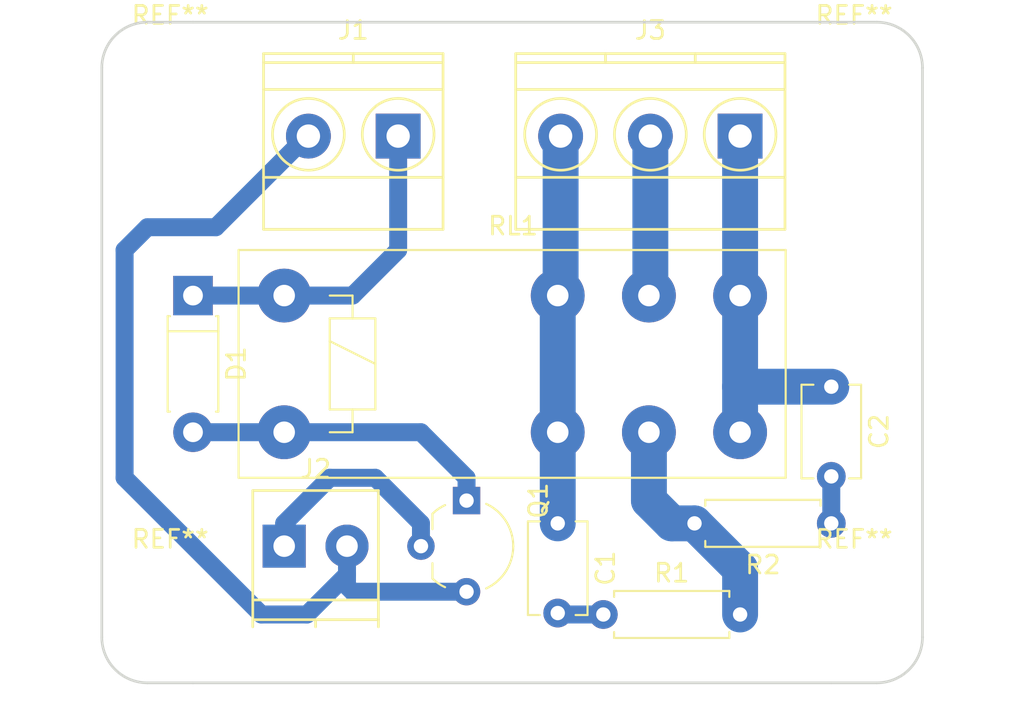
<source format=kicad_pcb>
(kicad_pcb (version 4) (host pcbnew 4.0.6+dfsg1-1)

  (general
    (links 19)
    (no_connects 2)
    (area 140.894999 67.234999 186.765001 104.215001)
    (thickness 1.6)
    (drawings 12)
    (tracks 45)
    (zones 0)
    (modules 14)
    (nets 10)
  )

  (page A4)
  (layers
    (0 F.Cu signal)
    (31 B.Cu signal)
    (32 B.Adhes user)
    (33 F.Adhes user)
    (34 B.Paste user)
    (35 F.Paste user)
    (36 B.SilkS user)
    (37 F.SilkS user)
    (38 B.Mask user)
    (39 F.Mask user)
    (40 Dwgs.User user)
    (41 Cmts.User user)
    (42 Eco1.User user)
    (43 Eco2.User user)
    (44 Edge.Cuts user)
    (45 Margin user)
    (46 B.CrtYd user)
    (47 F.CrtYd user)
    (48 B.Fab user)
    (49 F.Fab user)
  )

  (setup
    (last_trace_width 1)
    (trace_clearance 0.8)
    (zone_clearance 0.508)
    (zone_45_only no)
    (trace_min 0.2)
    (segment_width 0.2)
    (edge_width 0.15)
    (via_size 0.6)
    (via_drill 0.4)
    (via_min_size 0.4)
    (via_min_drill 0.3)
    (uvia_size 0.3)
    (uvia_drill 0.1)
    (uvias_allowed no)
    (uvia_min_size 0.2)
    (uvia_min_drill 0.1)
    (pcb_text_width 0.3)
    (pcb_text_size 1.5 1.5)
    (mod_edge_width 0.15)
    (mod_text_size 1 1)
    (mod_text_width 0.15)
    (pad_size 1.524 1.524)
    (pad_drill 0.762)
    (pad_to_mask_clearance 0.2)
    (aux_axis_origin 0 0)
    (visible_elements FFFFFF7F)
    (pcbplotparams
      (layerselection 0x00030_80000001)
      (usegerberextensions false)
      (excludeedgelayer true)
      (linewidth 0.100000)
      (plotframeref false)
      (viasonmask false)
      (mode 1)
      (useauxorigin false)
      (hpglpennumber 1)
      (hpglpenspeed 20)
      (hpglpendiameter 15)
      (hpglpenoverlay 2)
      (psnegative false)
      (psa4output false)
      (plotreference true)
      (plotvalue true)
      (plotinvisibletext false)
      (padsonsilk false)
      (subtractmaskfromsilk false)
      (outputformat 1)
      (mirror false)
      (drillshape 1)
      (scaleselection 1)
      (outputdirectory ""))
  )

  (net 0 "")
  (net 1 "Net-(C1-Pad1)")
  (net 2 "Net-(C1-Pad2)")
  (net 3 "Net-(C2-Pad1)")
  (net 4 "Net-(C2-Pad2)")
  (net 5 "Net-(D1-Pad1)")
  (net 6 "Net-(D1-Pad2)")
  (net 7 "Net-(J1-Pad2)")
  (net 8 "Net-(J2-Pad1)")
  (net 9 "Net-(J3-Pad2)")

  (net_class Default "This is the default net class."
    (clearance 0.8)
    (trace_width 1)
    (via_dia 0.6)
    (via_drill 0.4)
    (uvia_dia 0.3)
    (uvia_drill 0.1)
    (add_net "Net-(C1-Pad2)")
    (add_net "Net-(C2-Pad2)")
    (add_net "Net-(D1-Pad1)")
    (add_net "Net-(D1-Pad2)")
    (add_net "Net-(J1-Pad2)")
    (add_net "Net-(J2-Pad1)")
  )

  (net_class Power ""
    (clearance 1.2)
    (trace_width 2)
    (via_dia 0.6)
    (via_drill 0.4)
    (uvia_dia 0.3)
    (uvia_drill 0.1)
    (add_net "Net-(C1-Pad1)")
    (add_net "Net-(C2-Pad1)")
    (add_net "Net-(J3-Pad2)")
  )

  (module Capacitors_THT:C_Disc_D5.1mm_W3.2mm_P5.00mm (layer F.Cu) (tedit 58765D06) (tstamp 59F90FEA)
    (at 166.37 95.25 270)
    (descr "C, Disc series, Radial, pin pitch=5.00mm, , diameter*width=5.1*3.2mm^2, Capacitor, http://www.vishay.com/docs/45233/krseries.pdf")
    (tags "C Disc series Radial pin pitch 5.00mm  diameter 5.1mm width 3.2mm Capacitor")
    (path /59F902F9)
    (fp_text reference C1 (at 2.5 -2.66 270) (layer F.SilkS)
      (effects (font (size 1 1) (thickness 0.15)))
    )
    (fp_text value C (at 2.5 2.66 270) (layer F.Fab)
      (effects (font (size 1 1) (thickness 0.15)))
    )
    (fp_line (start -0.05 -1.6) (end -0.05 1.6) (layer F.Fab) (width 0.1))
    (fp_line (start -0.05 1.6) (end 5.05 1.6) (layer F.Fab) (width 0.1))
    (fp_line (start 5.05 1.6) (end 5.05 -1.6) (layer F.Fab) (width 0.1))
    (fp_line (start 5.05 -1.6) (end -0.05 -1.6) (layer F.Fab) (width 0.1))
    (fp_line (start -0.11 -1.66) (end 5.11 -1.66) (layer F.SilkS) (width 0.12))
    (fp_line (start -0.11 1.66) (end 5.11 1.66) (layer F.SilkS) (width 0.12))
    (fp_line (start -0.11 -1.66) (end -0.11 -0.996) (layer F.SilkS) (width 0.12))
    (fp_line (start -0.11 0.996) (end -0.11 1.66) (layer F.SilkS) (width 0.12))
    (fp_line (start 5.11 -1.66) (end 5.11 -0.996) (layer F.SilkS) (width 0.12))
    (fp_line (start 5.11 0.996) (end 5.11 1.66) (layer F.SilkS) (width 0.12))
    (fp_line (start -1.05 -1.95) (end -1.05 1.95) (layer F.CrtYd) (width 0.05))
    (fp_line (start -1.05 1.95) (end 6.05 1.95) (layer F.CrtYd) (width 0.05))
    (fp_line (start 6.05 1.95) (end 6.05 -1.95) (layer F.CrtYd) (width 0.05))
    (fp_line (start 6.05 -1.95) (end -1.05 -1.95) (layer F.CrtYd) (width 0.05))
    (pad 1 thru_hole circle (at 0 0 270) (size 1.6 1.6) (drill 0.8) (layers *.Cu *.Mask)
      (net 1 "Net-(C1-Pad1)"))
    (pad 2 thru_hole circle (at 5 0 270) (size 1.6 1.6) (drill 0.8) (layers *.Cu *.Mask)
      (net 2 "Net-(C1-Pad2)"))
    (model Capacitors_THT.3dshapes/C_Disc_D5.1mm_W3.2mm_P5.00mm.wrl
      (at (xyz 0 0 0))
      (scale (xyz 0.393701 0.393701 0.393701))
      (rotate (xyz 0 0 0))
    )
  )

  (module Capacitors_THT:C_Disc_D5.1mm_W3.2mm_P5.00mm (layer F.Cu) (tedit 58765D06) (tstamp 59F90FF0)
    (at 181.61 87.63 270)
    (descr "C, Disc series, Radial, pin pitch=5.00mm, , diameter*width=5.1*3.2mm^2, Capacitor, http://www.vishay.com/docs/45233/krseries.pdf")
    (tags "C Disc series Radial pin pitch 5.00mm  diameter 5.1mm width 3.2mm Capacitor")
    (path /59F9033C)
    (fp_text reference C2 (at 2.5 -2.66 270) (layer F.SilkS)
      (effects (font (size 1 1) (thickness 0.15)))
    )
    (fp_text value C (at 2.5 2.66 270) (layer F.Fab)
      (effects (font (size 1 1) (thickness 0.15)))
    )
    (fp_line (start -0.05 -1.6) (end -0.05 1.6) (layer F.Fab) (width 0.1))
    (fp_line (start -0.05 1.6) (end 5.05 1.6) (layer F.Fab) (width 0.1))
    (fp_line (start 5.05 1.6) (end 5.05 -1.6) (layer F.Fab) (width 0.1))
    (fp_line (start 5.05 -1.6) (end -0.05 -1.6) (layer F.Fab) (width 0.1))
    (fp_line (start -0.11 -1.66) (end 5.11 -1.66) (layer F.SilkS) (width 0.12))
    (fp_line (start -0.11 1.66) (end 5.11 1.66) (layer F.SilkS) (width 0.12))
    (fp_line (start -0.11 -1.66) (end -0.11 -0.996) (layer F.SilkS) (width 0.12))
    (fp_line (start -0.11 0.996) (end -0.11 1.66) (layer F.SilkS) (width 0.12))
    (fp_line (start 5.11 -1.66) (end 5.11 -0.996) (layer F.SilkS) (width 0.12))
    (fp_line (start 5.11 0.996) (end 5.11 1.66) (layer F.SilkS) (width 0.12))
    (fp_line (start -1.05 -1.95) (end -1.05 1.95) (layer F.CrtYd) (width 0.05))
    (fp_line (start -1.05 1.95) (end 6.05 1.95) (layer F.CrtYd) (width 0.05))
    (fp_line (start 6.05 1.95) (end 6.05 -1.95) (layer F.CrtYd) (width 0.05))
    (fp_line (start 6.05 -1.95) (end -1.05 -1.95) (layer F.CrtYd) (width 0.05))
    (pad 1 thru_hole circle (at 0 0 270) (size 1.6 1.6) (drill 0.8) (layers *.Cu *.Mask)
      (net 3 "Net-(C2-Pad1)"))
    (pad 2 thru_hole circle (at 5 0 270) (size 1.6 1.6) (drill 0.8) (layers *.Cu *.Mask)
      (net 4 "Net-(C2-Pad2)"))
    (model Capacitors_THT.3dshapes/C_Disc_D5.1mm_W3.2mm_P5.00mm.wrl
      (at (xyz 0 0 0))
      (scale (xyz 0.393701 0.393701 0.393701))
      (rotate (xyz 0 0 0))
    )
  )

  (module Diodes_THT:D_DO-41_SOD81_P7.62mm_Horizontal (layer F.Cu) (tedit 5877C982) (tstamp 59F90FF6)
    (at 146.05 82.55 270)
    (descr "D, DO-41_SOD81 series, Axial, Horizontal, pin pitch=7.62mm, , length*diameter=5.2*2.7mm^2, , http://www.diodes.com/_files/packages/DO-41%20(Plastic).pdf")
    (tags "D DO-41_SOD81 series Axial Horizontal pin pitch 7.62mm  length 5.2mm diameter 2.7mm")
    (path /59F903CD)
    (fp_text reference D1 (at 3.81 -2.41 270) (layer F.SilkS)
      (effects (font (size 1 1) (thickness 0.15)))
    )
    (fp_text value D (at 3.81 2.41 270) (layer F.Fab)
      (effects (font (size 1 1) (thickness 0.15)))
    )
    (fp_line (start 1.21 -1.35) (end 1.21 1.35) (layer F.Fab) (width 0.1))
    (fp_line (start 1.21 1.35) (end 6.41 1.35) (layer F.Fab) (width 0.1))
    (fp_line (start 6.41 1.35) (end 6.41 -1.35) (layer F.Fab) (width 0.1))
    (fp_line (start 6.41 -1.35) (end 1.21 -1.35) (layer F.Fab) (width 0.1))
    (fp_line (start 0 0) (end 1.21 0) (layer F.Fab) (width 0.1))
    (fp_line (start 7.62 0) (end 6.41 0) (layer F.Fab) (width 0.1))
    (fp_line (start 1.99 -1.35) (end 1.99 1.35) (layer F.Fab) (width 0.1))
    (fp_line (start 1.15 -1.28) (end 1.15 -1.41) (layer F.SilkS) (width 0.12))
    (fp_line (start 1.15 -1.41) (end 6.47 -1.41) (layer F.SilkS) (width 0.12))
    (fp_line (start 6.47 -1.41) (end 6.47 -1.28) (layer F.SilkS) (width 0.12))
    (fp_line (start 1.15 1.28) (end 1.15 1.41) (layer F.SilkS) (width 0.12))
    (fp_line (start 1.15 1.41) (end 6.47 1.41) (layer F.SilkS) (width 0.12))
    (fp_line (start 6.47 1.41) (end 6.47 1.28) (layer F.SilkS) (width 0.12))
    (fp_line (start 1.99 -1.41) (end 1.99 1.41) (layer F.SilkS) (width 0.12))
    (fp_line (start -1.35 -1.7) (end -1.35 1.7) (layer F.CrtYd) (width 0.05))
    (fp_line (start -1.35 1.7) (end 9 1.7) (layer F.CrtYd) (width 0.05))
    (fp_line (start 9 1.7) (end 9 -1.7) (layer F.CrtYd) (width 0.05))
    (fp_line (start 9 -1.7) (end -1.35 -1.7) (layer F.CrtYd) (width 0.05))
    (pad 1 thru_hole rect (at 0 0 270) (size 2.2 2.2) (drill 1.1) (layers *.Cu *.Mask)
      (net 5 "Net-(D1-Pad1)"))
    (pad 2 thru_hole oval (at 7.62 0 270) (size 2.2 2.2) (drill 1.1) (layers *.Cu *.Mask)
      (net 6 "Net-(D1-Pad2)"))
    (model Diodes_THT.3dshapes/D_DO-41_SOD81_P7.62mm_Horizontal.wrl
      (at (xyz 0 0 0))
      (scale (xyz 0.393701 0.393701 0.393701))
      (rotate (xyz 0 0 0))
    )
  )

  (module Connectors_Terminal_Blocks:TerminalBlock_Pheonix_MKDS1.5-3pol (layer F.Cu) (tedit 5630081E) (tstamp 59F91009)
    (at 176.53 73.66 180)
    (descr "3-way 5mm pitch terminal block, Phoenix MKDS series")
    (path /59F8FFFE)
    (fp_text reference J3 (at 5 5.9 180) (layer F.SilkS)
      (effects (font (size 1 1) (thickness 0.15)))
    )
    (fp_text value Screw_Terminal_1x03 (at 5 -6.6 180) (layer F.Fab)
      (effects (font (size 1 1) (thickness 0.15)))
    )
    (fp_line (start -2.7 4.8) (end -2.7 -5.4) (layer F.CrtYd) (width 0.05))
    (fp_line (start 12.7 4.8) (end -2.7 4.8) (layer F.CrtYd) (width 0.05))
    (fp_line (start 12.7 -5.4) (end 12.7 4.8) (layer F.CrtYd) (width 0.05))
    (fp_line (start -2.7 -5.4) (end 12.7 -5.4) (layer F.CrtYd) (width 0.05))
    (fp_circle (center 10 0.1) (end 8 0.1) (layer F.SilkS) (width 0.15))
    (fp_line (start 7.5 4.1) (end 7.5 4.6) (layer F.SilkS) (width 0.15))
    (fp_line (start 2.5 4.1) (end 2.5 4.6) (layer F.SilkS) (width 0.15))
    (fp_circle (center 5 0.1) (end 3 0.1) (layer F.SilkS) (width 0.15))
    (fp_circle (center 0 0.1) (end 2 0.1) (layer F.SilkS) (width 0.15))
    (fp_line (start -2.5 2.6) (end 12.5 2.6) (layer F.SilkS) (width 0.15))
    (fp_line (start -2.5 -2.3) (end 12.5 -2.3) (layer F.SilkS) (width 0.15))
    (fp_line (start -2.5 4.1) (end 12.5 4.1) (layer F.SilkS) (width 0.15))
    (fp_line (start -2.5 4.6) (end 12.5 4.6) (layer F.SilkS) (width 0.15))
    (fp_line (start 12.5 4.6) (end 12.5 -5.2) (layer F.SilkS) (width 0.15))
    (fp_line (start 12.5 -5.2) (end -2.5 -5.2) (layer F.SilkS) (width 0.15))
    (fp_line (start -2.5 -5.2) (end -2.5 4.6) (layer F.SilkS) (width 0.15))
    (pad 3 thru_hole circle (at 10 0 180) (size 2.5 2.5) (drill 1.3) (layers *.Cu *.Mask)
      (net 1 "Net-(C1-Pad1)"))
    (pad 1 thru_hole rect (at 0 0 180) (size 2.5 2.5) (drill 1.3) (layers *.Cu *.Mask)
      (net 3 "Net-(C2-Pad1)"))
    (pad 2 thru_hole circle (at 5 0 180) (size 2.5 2.5) (drill 1.3) (layers *.Cu *.Mask)
      (net 9 "Net-(J3-Pad2)"))
    (model Terminal_Blocks.3dshapes/TerminalBlock_Pheonix_MKDS1.5-3pol.wrl
      (at (xyz 0.1968 0 0))
      (scale (xyz 1 1 1))
      (rotate (xyz 0 0 0))
    )
  )

  (module Resistors_THT:R_Axial_DIN0207_L6.3mm_D2.5mm_P7.62mm_Horizontal (layer F.Cu) (tedit 5874F706) (tstamp 59F91016)
    (at 168.91 100.33)
    (descr "Resistor, Axial_DIN0207 series, Axial, Horizontal, pin pitch=7.62mm, 0.25W = 1/4W, length*diameter=6.3*2.5mm^2, http://cdn-reichelt.de/documents/datenblatt/B400/1_4W%23YAG.pdf")
    (tags "Resistor Axial_DIN0207 series Axial Horizontal pin pitch 7.62mm 0.25W = 1/4W length 6.3mm diameter 2.5mm")
    (path /59F9036D)
    (fp_text reference R1 (at 3.81 -2.31) (layer F.SilkS)
      (effects (font (size 1 1) (thickness 0.15)))
    )
    (fp_text value R (at 3.81 2.31) (layer F.Fab)
      (effects (font (size 1 1) (thickness 0.15)))
    )
    (fp_line (start 0.66 -1.25) (end 0.66 1.25) (layer F.Fab) (width 0.1))
    (fp_line (start 0.66 1.25) (end 6.96 1.25) (layer F.Fab) (width 0.1))
    (fp_line (start 6.96 1.25) (end 6.96 -1.25) (layer F.Fab) (width 0.1))
    (fp_line (start 6.96 -1.25) (end 0.66 -1.25) (layer F.Fab) (width 0.1))
    (fp_line (start 0 0) (end 0.66 0) (layer F.Fab) (width 0.1))
    (fp_line (start 7.62 0) (end 6.96 0) (layer F.Fab) (width 0.1))
    (fp_line (start 0.6 -0.98) (end 0.6 -1.31) (layer F.SilkS) (width 0.12))
    (fp_line (start 0.6 -1.31) (end 7.02 -1.31) (layer F.SilkS) (width 0.12))
    (fp_line (start 7.02 -1.31) (end 7.02 -0.98) (layer F.SilkS) (width 0.12))
    (fp_line (start 0.6 0.98) (end 0.6 1.31) (layer F.SilkS) (width 0.12))
    (fp_line (start 0.6 1.31) (end 7.02 1.31) (layer F.SilkS) (width 0.12))
    (fp_line (start 7.02 1.31) (end 7.02 0.98) (layer F.SilkS) (width 0.12))
    (fp_line (start -1.05 -1.6) (end -1.05 1.6) (layer F.CrtYd) (width 0.05))
    (fp_line (start -1.05 1.6) (end 8.7 1.6) (layer F.CrtYd) (width 0.05))
    (fp_line (start 8.7 1.6) (end 8.7 -1.6) (layer F.CrtYd) (width 0.05))
    (fp_line (start 8.7 -1.6) (end -1.05 -1.6) (layer F.CrtYd) (width 0.05))
    (pad 1 thru_hole circle (at 0 0) (size 1.6 1.6) (drill 0.8) (layers *.Cu *.Mask)
      (net 2 "Net-(C1-Pad2)"))
    (pad 2 thru_hole oval (at 7.62 0) (size 1.6 1.6) (drill 0.8) (layers *.Cu *.Mask)
      (net 9 "Net-(J3-Pad2)"))
    (model Resistors_THT.3dshapes/R_Axial_DIN0207_L6.3mm_D2.5mm_P7.62mm_Horizontal.wrl
      (at (xyz 0 0 0))
      (scale (xyz 0.393701 0.393701 0.393701))
      (rotate (xyz 0 0 0))
    )
  )

  (module Resistors_THT:R_Axial_DIN0207_L6.3mm_D2.5mm_P7.62mm_Horizontal (layer F.Cu) (tedit 5874F706) (tstamp 59F9101C)
    (at 181.61 95.25 180)
    (descr "Resistor, Axial_DIN0207 series, Axial, Horizontal, pin pitch=7.62mm, 0.25W = 1/4W, length*diameter=6.3*2.5mm^2, http://cdn-reichelt.de/documents/datenblatt/B400/1_4W%23YAG.pdf")
    (tags "Resistor Axial_DIN0207 series Axial Horizontal pin pitch 7.62mm 0.25W = 1/4W length 6.3mm diameter 2.5mm")
    (path /59F90398)
    (fp_text reference R2 (at 3.81 -2.31 180) (layer F.SilkS)
      (effects (font (size 1 1) (thickness 0.15)))
    )
    (fp_text value R (at 3.81 2.31 180) (layer F.Fab)
      (effects (font (size 1 1) (thickness 0.15)))
    )
    (fp_line (start 0.66 -1.25) (end 0.66 1.25) (layer F.Fab) (width 0.1))
    (fp_line (start 0.66 1.25) (end 6.96 1.25) (layer F.Fab) (width 0.1))
    (fp_line (start 6.96 1.25) (end 6.96 -1.25) (layer F.Fab) (width 0.1))
    (fp_line (start 6.96 -1.25) (end 0.66 -1.25) (layer F.Fab) (width 0.1))
    (fp_line (start 0 0) (end 0.66 0) (layer F.Fab) (width 0.1))
    (fp_line (start 7.62 0) (end 6.96 0) (layer F.Fab) (width 0.1))
    (fp_line (start 0.6 -0.98) (end 0.6 -1.31) (layer F.SilkS) (width 0.12))
    (fp_line (start 0.6 -1.31) (end 7.02 -1.31) (layer F.SilkS) (width 0.12))
    (fp_line (start 7.02 -1.31) (end 7.02 -0.98) (layer F.SilkS) (width 0.12))
    (fp_line (start 0.6 0.98) (end 0.6 1.31) (layer F.SilkS) (width 0.12))
    (fp_line (start 0.6 1.31) (end 7.02 1.31) (layer F.SilkS) (width 0.12))
    (fp_line (start 7.02 1.31) (end 7.02 0.98) (layer F.SilkS) (width 0.12))
    (fp_line (start -1.05 -1.6) (end -1.05 1.6) (layer F.CrtYd) (width 0.05))
    (fp_line (start -1.05 1.6) (end 8.7 1.6) (layer F.CrtYd) (width 0.05))
    (fp_line (start 8.7 1.6) (end 8.7 -1.6) (layer F.CrtYd) (width 0.05))
    (fp_line (start 8.7 -1.6) (end -1.05 -1.6) (layer F.CrtYd) (width 0.05))
    (pad 1 thru_hole circle (at 0 0 180) (size 1.6 1.6) (drill 0.8) (layers *.Cu *.Mask)
      (net 4 "Net-(C2-Pad2)"))
    (pad 2 thru_hole oval (at 7.62 0 180) (size 1.6 1.6) (drill 0.8) (layers *.Cu *.Mask)
      (net 9 "Net-(J3-Pad2)"))
    (model Resistors_THT.3dshapes/R_Axial_DIN0207_L6.3mm_D2.5mm_P7.62mm_Horizontal.wrl
      (at (xyz 0 0 0))
      (scale (xyz 0.393701 0.393701 0.393701))
      (rotate (xyz 0 0 0))
    )
  )

  (module Relays_THT:Relay_SPDT_Schrack-RT1_RM5mm (layer F.Cu) (tedit 584F0DDD) (tstamp 59F9103A)
    (at 151.13 90.17)
    (descr "Relay SPST Schrack-RT1 RM5mm")
    (tags "Relay SPST Schrack-RT1 RM5mm Reais 1x um")
    (path /59F8FED2)
    (fp_text reference RL1 (at 12.75 -11.5) (layer F.SilkS)
      (effects (font (size 1 1) (thickness 0.15)))
    )
    (fp_text value FINDER-40.51 (at 12.75 4) (layer F.Fab)
      (effects (font (size 1 1) (thickness 0.15)))
    )
    (fp_line (start -2.8 -10.4) (end 28.2 -10.4) (layer F.CrtYd) (width 0.05))
    (fp_line (start -2.8 2.8) (end -2.8 -10.4) (layer F.CrtYd) (width 0.05))
    (fp_line (start 28.2 -10.4) (end 28.2 2.8) (layer F.CrtYd) (width 0.05))
    (fp_line (start 28.2 2.8) (end -2.8 2.8) (layer F.CrtYd) (width 0.05))
    (fp_line (start 2.54 -5.08) (end 5.08 -3.81) (layer F.SilkS) (width 0.12))
    (fp_line (start 3.81 -1.27) (end 3.81 0) (layer F.SilkS) (width 0.12))
    (fp_line (start 3.81 0) (end 2.54 0) (layer F.SilkS) (width 0.12))
    (fp_line (start 2.54 -7.62) (end 3.81 -7.62) (layer F.SilkS) (width 0.12))
    (fp_line (start 3.81 -7.62) (end 3.81 -6.35) (layer F.SilkS) (width 0.12))
    (fp_line (start 3.81 -6.35) (end 5.08 -6.35) (layer F.SilkS) (width 0.12))
    (fp_line (start 5.08 -6.35) (end 5.08 -1.27) (layer F.SilkS) (width 0.12))
    (fp_line (start 5.08 -1.27) (end 2.54 -1.27) (layer F.SilkS) (width 0.12))
    (fp_line (start 2.54 -1.27) (end 2.54 -6.35) (layer F.SilkS) (width 0.12))
    (fp_line (start 2.54 -6.35) (end 3.81 -6.35) (layer F.SilkS) (width 0.12))
    (fp_line (start -2.54 -10.16) (end 27.94 -10.16) (layer F.SilkS) (width 0.12))
    (fp_line (start 27.94 -10.16) (end 27.94 2.54) (layer F.SilkS) (width 0.12))
    (fp_line (start 27.94 2.54) (end -2.54 2.54) (layer F.SilkS) (width 0.12))
    (fp_line (start -2.54 2.54) (end -2.54 -10.16) (layer F.SilkS) (width 0.12))
    (pad A1 thru_hole circle (at 0 -7.62) (size 2.99974 2.99974) (drill 1.19888) (layers *.Cu *.Mask)
      (net 5 "Net-(D1-Pad1)"))
    (pad A2 thru_hole circle (at 0 0) (size 2.99974 2.99974) (drill 1.19888) (layers *.Cu *.Mask)
      (net 6 "Net-(D1-Pad2)"))
    (pad 12 thru_hole circle (at 15.24 0) (size 2.99974 2.99974) (drill 1.19888) (layers *.Cu *.Mask)
      (net 1 "Net-(C1-Pad1)"))
    (pad 11 thru_hole circle (at 20.32 0) (size 2.99974 2.99974) (drill 1.19888) (layers *.Cu *.Mask)
      (net 9 "Net-(J3-Pad2)"))
    (pad 14 thru_hole circle (at 25.4 0) (size 2.99974 2.99974) (drill 1.19888) (layers *.Cu *.Mask)
      (net 3 "Net-(C2-Pad1)"))
    (pad 12 thru_hole circle (at 15.24 -7.62) (size 2.99974 2.99974) (drill 1.19888) (layers *.Cu *.Mask)
      (net 1 "Net-(C1-Pad1)"))
    (pad 11 thru_hole circle (at 20.32 -7.62) (size 2.99974 2.99974) (drill 1.19888) (layers *.Cu *.Mask)
      (net 9 "Net-(J3-Pad2)"))
    (pad 14 thru_hole circle (at 25.4 -7.62) (size 2.99974 2.99974) (drill 1.19888) (layers *.Cu *.Mask)
      (net 3 "Net-(C2-Pad1)"))
  )

  (module Connectors_Terminal_Blocks:TerminalBlock_Pheonix_MKDS1.5-2pol (layer F.Cu) (tedit 563007E4) (tstamp 59F916C7)
    (at 157.48 73.66 180)
    (descr "2-way 5mm pitch terminal block, Phoenix MKDS series")
    (path /59F90147)
    (fp_text reference J1 (at 2.5 5.9 180) (layer F.SilkS)
      (effects (font (size 1 1) (thickness 0.15)))
    )
    (fp_text value Screw_Terminal_1x02 (at 2.5 -6.6 180) (layer F.Fab)
      (effects (font (size 1 1) (thickness 0.15)))
    )
    (fp_line (start -2.7 -5.4) (end 7.7 -5.4) (layer F.CrtYd) (width 0.05))
    (fp_line (start -2.7 4.8) (end -2.7 -5.4) (layer F.CrtYd) (width 0.05))
    (fp_line (start 7.7 4.8) (end -2.7 4.8) (layer F.CrtYd) (width 0.05))
    (fp_line (start 7.7 -5.4) (end 7.7 4.8) (layer F.CrtYd) (width 0.05))
    (fp_line (start 2.5 4.1) (end 2.5 4.6) (layer F.SilkS) (width 0.15))
    (fp_circle (center 5 0.1) (end 3 0.1) (layer F.SilkS) (width 0.15))
    (fp_circle (center 0 0.1) (end 2 0.1) (layer F.SilkS) (width 0.15))
    (fp_line (start -2.5 2.6) (end 7.5 2.6) (layer F.SilkS) (width 0.15))
    (fp_line (start -2.5 -2.3) (end 7.5 -2.3) (layer F.SilkS) (width 0.15))
    (fp_line (start -2.5 4.1) (end 7.5 4.1) (layer F.SilkS) (width 0.15))
    (fp_line (start -2.5 4.6) (end 7.5 4.6) (layer F.SilkS) (width 0.15))
    (fp_line (start 7.5 4.6) (end 7.5 -5.2) (layer F.SilkS) (width 0.15))
    (fp_line (start 7.5 -5.2) (end -2.5 -5.2) (layer F.SilkS) (width 0.15))
    (fp_line (start -2.5 -5.2) (end -2.5 4.6) (layer F.SilkS) (width 0.15))
    (pad 1 thru_hole rect (at 0 0 180) (size 2.5 2.5) (drill 1.3) (layers *.Cu *.Mask)
      (net 5 "Net-(D1-Pad1)"))
    (pad 2 thru_hole circle (at 5 0 180) (size 2.5 2.5) (drill 1.3) (layers *.Cu *.Mask)
      (net 7 "Net-(J1-Pad2)"))
    (model Terminal_Blocks.3dshapes/TerminalBlock_Pheonix_MKDS1.5-2pol.wrl
      (at (xyz 0.0984 0 0))
      (scale (xyz 1 1 1))
      (rotate (xyz 0 0 0))
    )
  )

  (module Connectors_Terminal_Blocks:TerminalBlock_Pheonix_PT-3.5mm_2pol (layer F.Cu) (tedit 0) (tstamp 59F916CC)
    (at 151.13 96.52)
    (descr "2-way 3.5mm pitch terminal block, Phoenix PT series")
    (path /59F9028C)
    (fp_text reference J2 (at 1.75 -4.3) (layer F.SilkS)
      (effects (font (size 1 1) (thickness 0.15)))
    )
    (fp_text value Screw_Terminal_1x02 (at 1.75 6) (layer F.Fab)
      (effects (font (size 1 1) (thickness 0.15)))
    )
    (fp_line (start -1.9 -3.3) (end 5.4 -3.3) (layer F.CrtYd) (width 0.05))
    (fp_line (start -1.9 4.7) (end -1.9 -3.3) (layer F.CrtYd) (width 0.05))
    (fp_line (start 5.4 4.7) (end -1.9 4.7) (layer F.CrtYd) (width 0.05))
    (fp_line (start 5.4 -3.3) (end 5.4 4.7) (layer F.CrtYd) (width 0.05))
    (fp_line (start 1.75 4.1) (end 1.75 4.5) (layer F.SilkS) (width 0.15))
    (fp_line (start -1.75 3) (end 5.25 3) (layer F.SilkS) (width 0.15))
    (fp_line (start -1.75 4.1) (end 5.25 4.1) (layer F.SilkS) (width 0.15))
    (fp_line (start -1.75 -3.1) (end -1.75 4.5) (layer F.SilkS) (width 0.15))
    (fp_line (start 5.25 4.5) (end 5.25 -3.1) (layer F.SilkS) (width 0.15))
    (fp_line (start 5.25 -3.1) (end -1.75 -3.1) (layer F.SilkS) (width 0.15))
    (pad 2 thru_hole circle (at 3.5 0) (size 2.4 2.4) (drill 1.2) (layers *.Cu *.Mask)
      (net 7 "Net-(J1-Pad2)"))
    (pad 1 thru_hole rect (at 0 0) (size 2.4 2.4) (drill 1.2) (layers *.Cu *.Mask)
      (net 8 "Net-(J2-Pad1)"))
    (model Terminal_Blocks.3dshapes/TerminalBlock_Pheonix_PT-3.5mm_2pol.wrl
      (at (xyz 0 0 0))
      (scale (xyz 1 1 1))
      (rotate (xyz 0 0 0))
    )
  )

  (module TO_SOT_Packages_THT:TO-92_Molded_Wide_Reverse (layer F.Cu) (tedit 586109F3) (tstamp 59F91C8B)
    (at 161.29 93.98 270)
    (descr "TO-92 leads molded, wide, reverse, drill 0.8mm (see NXP sot054_po.pdf)")
    (tags "to-92 sc-43 sc-43a sot54 PA33 transistor")
    (path /59F9085B)
    (fp_text reference Q1 (at 0 -4 270) (layer F.SilkS)
      (effects (font (size 1 1) (thickness 0.15)))
    )
    (fp_text value Q_NMOS_DGS (at 0 5 270) (layer F.Fab)
      (effects (font (size 1 1) (thickness 0.15)))
    )
    (fp_arc (start 2.54 0) (end 2.54 -2.6) (angle -65.1) (layer F.SilkS) (width 0.12))
    (fp_arc (start 2.54 0) (end 2.54 -2.6) (angle 65.1) (layer F.SilkS) (width 0.12))
    (fp_arc (start 2.44 0.2) (end 0.74 1.9) (angle 20.5) (layer F.SilkS) (width 0.12))
    (fp_arc (start 2.64 0.2) (end 4.34 1.9) (angle -20.5) (layer F.SilkS) (width 0.12))
    (fp_line (start -1 3.55) (end -1 -2.65) (layer F.CrtYd) (width 0.05))
    (fp_line (start -1 3.55) (end 6.1 3.55) (layer F.CrtYd) (width 0.05))
    (fp_line (start 3.49 1.9) (end 4.34 1.9) (layer F.SilkS) (width 0.12))
    (fp_line (start -1 -2.65) (end 6.1 -2.65) (layer F.CrtYd) (width 0.05))
    (fp_line (start 6.1 3.55) (end 6.1 -2.65) (layer F.CrtYd) (width 0.05))
    (fp_line (start 0.74 1.9) (end 1.59 1.9) (layer F.SilkS) (width 0.12))
    (fp_line (start 0.8 1.75) (end 4.3 1.75) (layer F.Fab) (width 0.1))
    (fp_arc (start 2.54 0) (end 2.54 -2.48) (angle 135) (layer F.Fab) (width 0.1))
    (fp_arc (start 2.54 0) (end 2.54 -2.48) (angle -135) (layer F.Fab) (width 0.1))
    (pad 2 thru_hole circle (at 2.54 2.54) (size 1.524 1.524) (drill 0.8) (layers *.Cu *.Mask)
      (net 8 "Net-(J2-Pad1)"))
    (pad 3 thru_hole circle (at 5.08 0) (size 1.524 1.524) (drill 0.8) (layers *.Cu *.Mask)
      (net 7 "Net-(J1-Pad2)"))
    (pad 1 thru_hole rect (at 0 0) (size 1.524 1.524) (drill 0.8) (layers *.Cu *.Mask)
      (net 6 "Net-(D1-Pad2)"))
    (model TO_SOT_Packages_THT.3dshapes/TO-92_Molded_Wide_Reverse.wrl
      (at (xyz 0.1 0 0))
      (scale (xyz 1 1 1))
      (rotate (xyz 0 0 -90))
    )
  )

  (module Mounting_Holes:MountingHole_3.2mm_M3 (layer F.Cu) (tedit 56D1B4CB) (tstamp 59F91F4A)
    (at 144.78 71.12)
    (descr "Mounting Hole 3.2mm, no annular, M3")
    (tags "mounting hole 3.2mm no annular m3")
    (fp_text reference REF** (at 0 -4.2) (layer F.SilkS)
      (effects (font (size 1 1) (thickness 0.15)))
    )
    (fp_text value MountingHole_3.2mm_M3 (at 0 4.2) (layer F.Fab)
      (effects (font (size 1 1) (thickness 0.15)))
    )
    (fp_circle (center 0 0) (end 3.2 0) (layer Cmts.User) (width 0.15))
    (fp_circle (center 0 0) (end 3.45 0) (layer F.CrtYd) (width 0.05))
    (pad 1 np_thru_hole circle (at 0 0) (size 3.2 3.2) (drill 3.2) (layers *.Cu *.Mask))
  )

  (module Mounting_Holes:MountingHole_3.2mm_M3 (layer F.Cu) (tedit 56D1B4CB) (tstamp 59F91F5A)
    (at 182.88 71.12)
    (descr "Mounting Hole 3.2mm, no annular, M3")
    (tags "mounting hole 3.2mm no annular m3")
    (fp_text reference REF** (at 0 -4.2) (layer F.SilkS)
      (effects (font (size 1 1) (thickness 0.15)))
    )
    (fp_text value MountingHole_3.2mm_M3 (at 0 4.2) (layer F.Fab)
      (effects (font (size 1 1) (thickness 0.15)))
    )
    (fp_circle (center 0 0) (end 3.2 0) (layer Cmts.User) (width 0.15))
    (fp_circle (center 0 0) (end 3.45 0) (layer F.CrtYd) (width 0.05))
    (pad 1 np_thru_hole circle (at 0 0) (size 3.2 3.2) (drill 3.2) (layers *.Cu *.Mask))
  )

  (module Mounting_Holes:MountingHole_3.2mm_M3 (layer F.Cu) (tedit 56D1B4CB) (tstamp 59F91FD6)
    (at 182.88 100.33)
    (descr "Mounting Hole 3.2mm, no annular, M3")
    (tags "mounting hole 3.2mm no annular m3")
    (fp_text reference REF** (at 0 -4.2) (layer F.SilkS)
      (effects (font (size 1 1) (thickness 0.15)))
    )
    (fp_text value MountingHole_3.2mm_M3 (at 0 4.2) (layer F.Fab)
      (effects (font (size 1 1) (thickness 0.15)))
    )
    (fp_circle (center 0 0) (end 3.2 0) (layer Cmts.User) (width 0.15))
    (fp_circle (center 0 0) (end 3.45 0) (layer F.CrtYd) (width 0.05))
    (pad 1 np_thru_hole circle (at 0 0) (size 3.2 3.2) (drill 3.2) (layers *.Cu *.Mask))
  )

  (module Mounting_Holes:MountingHole_3.2mm_M3 (layer F.Cu) (tedit 56D1B4CB) (tstamp 59F9200E)
    (at 144.78 100.33)
    (descr "Mounting Hole 3.2mm, no annular, M3")
    (tags "mounting hole 3.2mm no annular m3")
    (fp_text reference REF** (at 0 -4.2) (layer F.SilkS)
      (effects (font (size 1 1) (thickness 0.15)))
    )
    (fp_text value MountingHole_3.2mm_M3 (at 0 4.2) (layer F.Fab)
      (effects (font (size 1 1) (thickness 0.15)))
    )
    (fp_circle (center 0 0) (end 3.2 0) (layer Cmts.User) (width 0.15))
    (fp_circle (center 0 0) (end 3.45 0) (layer F.CrtYd) (width 0.05))
    (pad 1 np_thru_hole circle (at 0 0) (size 3.2 3.2) (drill 3.2) (layers *.Cu *.Mask))
  )

  (gr_line (start 181.61 104.14) (end 184.15 104.14) (angle 90) (layer Edge.Cuts) (width 0.15))
  (gr_line (start 143.51 104.14) (end 146.05 104.14) (angle 90) (layer Edge.Cuts) (width 0.15))
  (gr_line (start 146.05 67.31) (end 143.51 67.31) (angle 90) (layer Edge.Cuts) (width 0.15))
  (gr_line (start 181.61 67.31) (end 184.15 67.31) (angle 90) (layer Edge.Cuts) (width 0.15))
  (gr_arc (start 184.15 101.6) (end 186.69 101.6) (angle 90) (layer Edge.Cuts) (width 0.15))
  (gr_arc (start 143.51 101.6) (end 143.51 104.14) (angle 90) (layer Edge.Cuts) (width 0.15))
  (gr_arc (start 143.51 69.85) (end 140.97 69.85) (angle 90) (layer Edge.Cuts) (width 0.15))
  (gr_arc (start 184.15 69.85) (end 184.15 67.31) (angle 90) (layer Edge.Cuts) (width 0.15))
  (gr_line (start 181.61 104.14) (end 146.05 104.14) (angle 90) (layer Edge.Cuts) (width 0.15))
  (gr_line (start 186.69 69.85) (end 186.69 101.6) (angle 90) (layer Edge.Cuts) (width 0.15))
  (gr_line (start 146.05 67.31) (end 181.61 67.31) (angle 90) (layer Edge.Cuts) (width 0.15))
  (gr_line (start 140.97 101.6) (end 140.97 69.85) (angle 90) (layer Edge.Cuts) (width 0.15))

  (segment (start 166.53 73.66) (end 166.53 82.39) (width 2) (layer B.Cu) (net 1))
  (segment (start 166.53 82.39) (end 166.37 82.55) (width 2) (layer B.Cu) (net 1) (tstamp 59F91139))
  (segment (start 166.37 82.55) (end 166.37 95.25) (width 2) (layer B.Cu) (net 1) (tstamp 59F9113A))
  (segment (start 168.91 100.33) (end 166.45 100.33) (width 1) (layer B.Cu) (net 2))
  (segment (start 166.45 100.33) (end 166.37 100.25) (width 1) (layer B.Cu) (net 2) (tstamp 59F91FD3))
  (segment (start 168.99 100.25) (end 168.91 100.33) (width 1) (layer B.Cu) (net 2) (tstamp 59F91140) (status 30))
  (segment (start 181.61 87.63) (end 176.53 87.63) (width 2) (layer B.Cu) (net 3))
  (segment (start 176.53 73.66) (end 176.53 82.55) (width 2) (layer B.Cu) (net 3))
  (segment (start 176.53 82.55) (end 176.53 87.63) (width 2) (layer B.Cu) (net 3) (tstamp 59F91135))
  (segment (start 176.53 87.63) (end 176.53 90.17) (width 2) (layer B.Cu) (net 3) (tstamp 59F91F77))
  (segment (start 181.61 92.63) (end 181.61 95.25) (width 1) (layer B.Cu) (net 4))
  (segment (start 181.53 95.17) (end 181.61 95.25) (width 1) (layer B.Cu) (net 4) (tstamp 59F9113D) (status 30))
  (segment (start 151.13 82.55) (end 154.94 82.55) (width 1) (layer B.Cu) (net 5) (status 400000))
  (segment (start 157.48 80.01) (end 157.48 73.66) (width 1) (layer B.Cu) (net 5) (tstamp 59F920AF) (status 800000))
  (segment (start 154.94 82.55) (end 157.48 80.01) (width 1) (layer B.Cu) (net 5) (tstamp 59F920AE))
  (segment (start 146.05 82.55) (end 151.13 82.55) (width 1) (layer B.Cu) (net 5))
  (segment (start 161.29 93.98) (end 161.29 92.71) (width 1) (layer B.Cu) (net 6))
  (segment (start 158.75 90.17) (end 151.13 90.17) (width 1) (layer B.Cu) (net 6) (tstamp 59F92090))
  (segment (start 161.29 92.71) (end 158.75 90.17) (width 1) (layer B.Cu) (net 6) (tstamp 59F9208F))
  (segment (start 146.05 90.17) (end 151.13 90.17) (width 1) (layer B.Cu) (net 6))
  (segment (start 152.48 73.66) (end 152.4 73.66) (width 1) (layer B.Cu) (net 7) (status C00000))
  (segment (start 152.4 73.66) (end 147.32 78.74) (width 1) (layer B.Cu) (net 7) (tstamp 59F920B2) (status 400000))
  (segment (start 147.32 78.74) (end 143.51 78.74) (width 1) (layer B.Cu) (net 7) (tstamp 59F920B3))
  (segment (start 143.51 78.74) (end 142.24 80.01) (width 1) (layer B.Cu) (net 7) (tstamp 59F920B4))
  (segment (start 142.24 80.01) (end 142.24 92.71) (width 1) (layer B.Cu) (net 7) (tstamp 59F920B5))
  (segment (start 142.24 92.71) (end 149.86 100.33) (width 1) (layer B.Cu) (net 7) (tstamp 59F920B6))
  (segment (start 149.86 100.33) (end 152.4 100.33) (width 1) (layer B.Cu) (net 7) (tstamp 59F920B8))
  (segment (start 152.4 100.33) (end 154.63 98.1) (width 1) (layer B.Cu) (net 7) (tstamp 59F920B9))
  (segment (start 154.63 96.52) (end 154.63 98.1) (width 1) (layer B.Cu) (net 7))
  (segment (start 154.63 98.1) (end 154.63 98.75) (width 1) (layer B.Cu) (net 7) (tstamp 59F920BC))
  (segment (start 154.94 99.06) (end 161.29 99.06) (width 1) (layer B.Cu) (net 7) (tstamp 59F92086))
  (segment (start 154.63 98.75) (end 154.94 99.06) (width 1) (layer B.Cu) (net 7) (tstamp 59F92085))
  (segment (start 151.13 96.52) (end 151.13 95.25) (width 1) (layer B.Cu) (net 8))
  (segment (start 158.75 95.25) (end 158.75 96.52) (width 1) (layer B.Cu) (net 8) (tstamp 59F9208C))
  (segment (start 156.21 92.71) (end 158.75 95.25) (width 1) (layer B.Cu) (net 8) (tstamp 59F9208B))
  (segment (start 153.67 92.71) (end 156.21 92.71) (width 1) (layer B.Cu) (net 8) (tstamp 59F9208A))
  (segment (start 151.13 95.25) (end 153.67 92.71) (width 1) (layer B.Cu) (net 8) (tstamp 59F92089))
  (segment (start 151.13 96.52) (end 151.13 96.52) (width 1) (layer B.Cu) (net 8) (status 30))
  (segment (start 176.53 100.33) (end 176.53 97.79) (width 2) (layer B.Cu) (net 9))
  (segment (start 176.53 97.79) (end 173.99 95.25) (width 2) (layer B.Cu) (net 9) (tstamp 59F91FD7))
  (segment (start 173.99 95.25) (end 172.72 95.25) (width 2) (layer B.Cu) (net 9))
  (segment (start 171.45 93.98) (end 171.45 90.17) (width 2) (layer B.Cu) (net 9) (tstamp 59F91F92))
  (segment (start 172.72 95.25) (end 171.45 93.98) (width 2) (layer B.Cu) (net 9) (tstamp 59F91F91))
  (segment (start 171.53 73.66) (end 171.53 82.47) (width 2) (layer B.Cu) (net 9))
  (segment (start 171.53 82.47) (end 171.45 82.55) (width 2) (layer B.Cu) (net 9) (tstamp 59F9112E))

)

</source>
